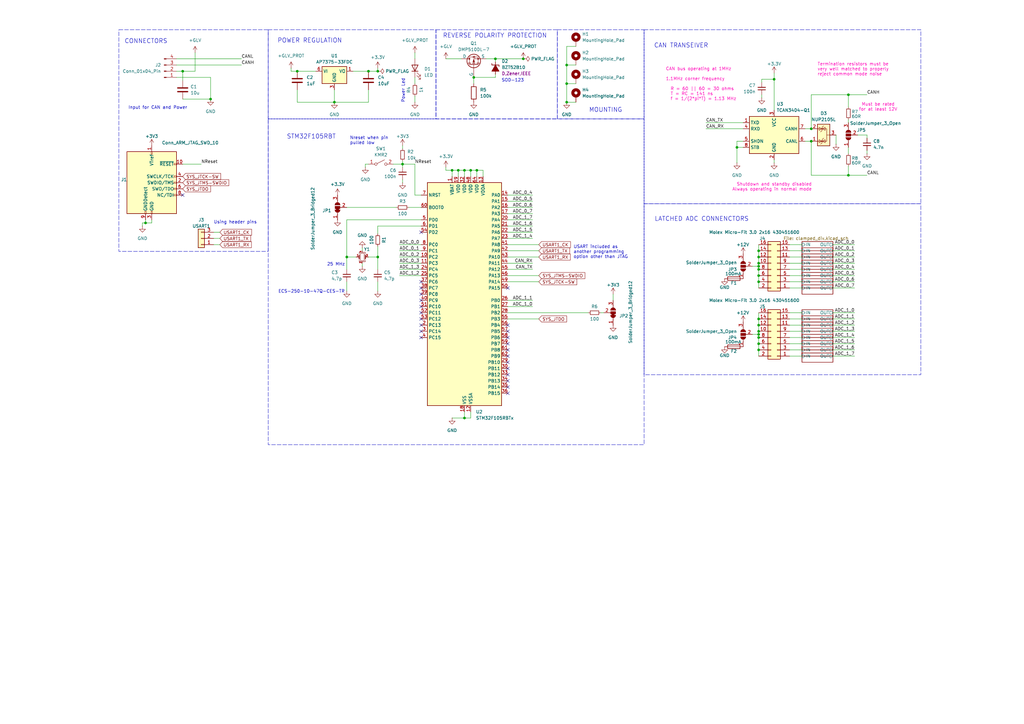
<source format=kicad_sch>
(kicad_sch (version 20250114) (generator "eeschema") (generator_version "9.0")
  (paper "A3")
  (title_block (title "Can-Node") (company "SUFST") (comment 1 "STAG12") (comment 2 "Sam Sturgess/Martin Perreau-Saussine"))
  (rectangle (start 109.982 48.768) (end 264.16 182.372) (stroke (width 0) (type dash)))
  (rectangle (start 228.6 12.192) (end 264.16 48.768) (stroke (width 0) (type dash)))
  (rectangle (start 48.768 12.192) (end 109.982 103.124) (stroke (width 0) (type dash)))
  (rectangle (start 109.982 12.192) (end 178.816 48.768) (stroke (width 0) (type dash)))
  (rectangle (start 178.816 12.192) (end 228.6 48.768) (stroke (width 0) (type dash)))
  (rectangle (start 264.16 83.566) (end 377.698 153.67) (stroke (width 0) (type dash)))
  (rectangle (start 264.16 12.192) (end 377.698 83.566) (stroke (width 0) (type dash)))
  (text "REVERSE POLARITY PROTECTION\n" (at 181.61 15.748 0) (effects (font (size 1.778 1.778)) (justify left bottom)))
  (text "Must be rated\nfor at least 12V" (at 360.172 43.942 0) (effects (font (size 1.27 1.27))))
  (text "25 MHz" (at 134.112 109.22 0) (effects (font (size 1.27 1.27)) (justify left bottom)))
  (text "STM32F105RBT" (at 117.602 57.15 0) (effects (font (size 1.778 1.778)) (justify left bottom)))
  (text "LATCHED ADC CONNENCTORS" (at 268.478 90.932 0) (effects (font (size 1.778 1.778)) (justify left bottom)))
  (text "Input for CAN and Power" (at 52.578 44.958 0) (effects (font (size 1.27 1.27)) (justify left bottom)))
  (text "CONNECTORS" (at 51.054 18.034 0) (effects (font (size 1.778 1.778)) (justify left bottom)))
  (text "CAN TRANSEIVER" (at 268.224 19.812 0) (effects (font (size 1.778 1.778)) (justify left bottom)))
  (text "SOD-123" (at 210.312 33.02 0) (effects (font (size 1.27 1.27))))
  (text "Nreset when pin \npulled low" (at 143.51 59.436 0) (effects (font (size 1.27 1.27)) (justify left bottom)))
  (text "Shutdown and standby disabled\nAlways operating in normal mode" (at 332.994 78.486 0) (effects (font (size 1.27 1.27)) (justify right bottom)))
  (text "ECS-250-10-47Q-CES-TR" (at 127.762 119.634 0) (effects (font (size 1.27 1.27))))
  (text "Power Led" (at 166.116 42.164 90) (effects (font (size 1.27 1.27)) (justify left bottom)))
  (text "CAN bus operating at 1MHz\n\n1.1MHz corner frequency\n\n  R = 60 || 60 = 30 ohms\n  T = RC = 141 ns\n  f = 1/(2*pi*T) = 1.13 MHz\n" (at 273.05 41.402 0) (effects (font (size 1.27 1.27)) (justify left bottom)))
  (text "POWER REGULATION\n" (at 113.792 17.78 0) (effects (font (size 1.778 1.778)) (justify left bottom)))
  (text "Using header pins" (at 87.63 91.948 0) (effects (font (size 1.27 1.27)) (justify left bottom)))
  (text "Termination resistors must be \nvery well matched to properly \nreject common mode noise" (at 335.28 31.242 0) (effects (font (size 1.27 1.27)) (justify left bottom)))
  (text "USART included as \nanother programming\noption other than JTAG" (at 235.204 106.172 0) (effects (font (size 1.27 1.27)) (justify left bottom)))
  (text "MOUNTING\n" (at 241.554 46.228 0) (effects (font (size 1.778 1.778)) (justify left bottom)))
  (junction (at 347.98 38.862))
  (junction (at 190.5 69.85))
  (junction (at 311.15 113.03))
  (junction (at 165.1 67.31))
  (junction (at 311.15 102.87))
  (junction (at 154.94 105.41))
  (junction (at 311.15 105.41))
  (junction (at 232.41 34.29))
  (junction (at 121.92 29.21))
  (junction (at 232.41 41.91))
  (junction (at 185.42 69.85))
  (junction (at 232.41 26.67))
  (junction (at 193.04 69.85))
  (junction (at 311.15 130.81))
  (junction (at 311.15 109.22))
  (junction (at 347.98 71.882))
  (junction (at 311.15 133.35))
  (junction (at 151.13 29.21))
  (junction (at 332.74 52.832))
  (junction (at 154.94 29.21))
  (junction (at 311.15 137.16))
  (junction (at 142.24 105.41))
  (junction (at 311.15 110.49))
  (junction (at 311.15 140.97))
  (junction (at 311.15 143.51))
  (junction (at 311.15 135.89))
  (junction (at 311.15 107.95))
  (junction (at 214.63 24.13))
  (junction (at 187.96 69.85))
  (junction (at 311.15 115.57))
  (junction (at 311.15 138.43))
  (junction (at 195.58 69.85))
  (junction (at 302.26 60.452))
  (junction (at 332.74 57.912))
  (junction (at 137.16 41.91))
  (junction (at 317.5 32.512))
  (junction (at 74.93 29.21))
  (junction (at 59.69 91.44))
  (junction (at 203.2 24.13))
  (junction (at 194.31 31.75))
  (junction (at 190.5 171.45))
  (junction (at 86.36 40.64))
  (no_connect (at 208.28 138.43))
  (no_connect (at 208.28 151.13))
  (no_connect (at 172.72 128.27))
  (no_connect (at 172.72 133.35))
  (no_connect (at 208.28 158.75))
  (no_connect (at 172.72 135.89))
  (no_connect (at 208.28 161.29))
  (no_connect (at 208.28 148.59))
  (no_connect (at 172.72 125.73))
  (no_connect (at 208.28 143.51))
  (no_connect (at 172.72 130.81))
  (no_connect (at 208.28 146.05))
  (no_connect (at 208.28 153.67))
  (no_connect (at 208.28 135.89))
  (no_connect (at 172.72 95.25))
  (no_connect (at 208.28 118.11))
  (no_connect (at 208.28 156.21))
  (no_connect (at 172.72 120.65))
  (no_connect (at 172.72 118.11))
  (no_connect (at 74.93 80.01))
  (no_connect (at 208.28 140.97))
  (no_connect (at 172.72 138.43))
  (no_connect (at 172.72 115.57))
  (no_connect (at 172.72 123.19))
  (no_connect (at 208.28 133.35))
  (wire (pts (xy 332.74 71.882) (xy 347.98 71.882)))
  (wire (pts (xy 341.63 146.05) (xy 350.52 146.05)))
  (wire (pts (xy 149.86 67.31) (xy 149.86 68.58)))
  (wire (pts (xy 332.74 52.832) (xy 332.74 38.862)))
  (wire (pts (xy 154.94 27.94) (xy 154.94 29.21)))
  (wire (pts (xy 154.94 92.71) (xy 172.72 92.71)))
  (wire (pts (xy 148.59 107.95) (xy 148.59 109.22)))
  (wire (pts (xy 187.96 69.85) (xy 190.5 69.85)))
  (wire (pts (xy 198.12 69.85) (xy 198.12 72.39)))
  (wire (pts (xy 328.93 146.05) (xy 323.85 146.05)))
  (wire (pts (xy 341.63 110.49) (xy 350.52 110.49)))
  (wire (pts (xy 154.94 115.57) (xy 154.94 119.38)))
  (wire (pts (xy 218.44 82.55) (xy 208.28 82.55)))
  (wire (pts (xy 208.28 110.49) (xy 218.44 110.49)))
  (wire (pts (xy 208.28 102.87) (xy 220.98 102.87)))
  (wire (pts (xy 328.93 105.41) (xy 323.85 105.41)))
  (wire (pts (xy 218.44 97.79) (xy 208.28 97.79)))
  (wire (pts (xy 194.31 31.75) (xy 203.2 31.75)))
  (wire (pts (xy 355.6 56.642) (xy 355.6 55.372)))
  (wire (pts (xy 323.85 115.57) (xy 328.93 115.57)))
  (wire (pts (xy 218.44 125.73) (xy 208.28 125.73)))
  (wire (pts (xy 317.5 32.512) (xy 317.5 45.212)))
  (wire (pts (xy 208.28 105.41) (xy 220.98 105.41)))
  (wire (pts (xy 342.9 55.372) (xy 342.9 59.182)))
  (wire (pts (xy 170.18 39.37) (xy 170.18 41.91)))
  (wire (pts (xy 317.5 65.532) (xy 317.5 66.802)))
  (wire (pts (xy 121.92 41.91) (xy 137.16 41.91)))
  (wire (pts (xy 341.63 128.27) (xy 350.52 128.27)))
  (wire (pts (xy 194.31 31.75) (xy 194.31 34.29)))
  (wire (pts (xy 341.63 113.03) (xy 350.52 113.03)))
  (wire (pts (xy 232.41 26.67) (xy 236.22 26.67)))
  (wire (pts (xy 170.18 21.59) (xy 170.18 24.13)))
  (wire (pts (xy 190.5 69.85) (xy 193.04 69.85)))
  (wire (pts (xy 142.24 105.41) (xy 146.05 105.41)))
  (wire (pts (xy 74.93 29.21) (xy 72.39 29.21)))
  (wire (pts (xy 330.2 52.832) (xy 332.74 52.832)))
  (wire (pts (xy 311.15 115.57) (xy 311.15 113.03)))
  (wire (pts (xy 137.16 36.83) (xy 137.16 41.91)))
  (wire (pts (xy 328.93 128.27) (xy 323.85 128.27)))
  (wire (pts (xy 328.93 138.43) (xy 323.85 138.43)))
  (wire (pts (xy 154.94 105.41) (xy 154.94 110.49)))
  (wire (pts (xy 87.63 95.25) (xy 90.17 95.25)))
  (wire (pts (xy 355.6 61.722) (xy 355.6 62.992)))
  (wire (pts (xy 151.13 67.31) (xy 149.86 67.31)))
  (wire (pts (xy 311.15 137.16) (xy 308.61 137.16)))
  (wire (pts (xy 190.5 69.85) (xy 190.5 72.39)))
  (wire (pts (xy 218.44 90.17) (xy 208.28 90.17)))
  (wire (pts (xy 182.88 69.85) (xy 185.42 69.85)))
  (wire (pts (xy 311.15 137.16) (xy 311.15 138.43)))
  (wire (pts (xy 311.15 113.03) (xy 311.15 110.49)))
  (wire (pts (xy 311.15 109.22) (xy 311.15 107.95)))
  (wire (pts (xy 82.55 67.31) (xy 74.93 67.31)))
  (wire (pts (xy 142.24 105.41) (xy 142.24 110.49)))
  (wire (pts (xy 312.42 32.512) (xy 317.5 32.512)))
  (wire (pts (xy 347.98 68.072) (xy 347.98 71.882)))
  (wire (pts (xy 74.93 29.21) (xy 74.93 33.02)))
  (wire (pts (xy 58.42 91.44) (xy 59.69 91.44)))
  (wire (pts (xy 121.92 29.21) (xy 129.54 29.21)))
  (wire (pts (xy 151.13 41.91) (xy 151.13 36.83)))
  (wire (pts (xy 203.2 24.13) (xy 214.63 24.13)))
  (wire (pts (xy 218.44 123.19) (xy 208.28 123.19)))
  (wire (pts (xy 317.5 29.972) (xy 317.5 32.512)))
  (wire (pts (xy 193.04 69.85) (xy 193.04 72.39)))
  (wire (pts (xy 182.88 24.13) (xy 189.23 24.13)))
  (wire (pts (xy 137.16 41.91) (xy 151.13 41.91)))
  (wire (pts (xy 311.15 140.97) (xy 311.15 138.43)))
  (wire (pts (xy 328.93 100.33) (xy 323.85 100.33)))
  (wire (pts (xy 311.15 146.05) (xy 311.15 143.51)))
  (wire (pts (xy 332.74 57.912) (xy 330.2 57.912)))
  (wire (pts (xy 341.63 138.43) (xy 350.52 138.43)))
  (wire (pts (xy 165.1 73.66) (xy 165.1 74.93)))
  (wire (pts (xy 218.44 92.71) (xy 208.28 92.71)))
  (wire (pts (xy 218.44 80.01) (xy 208.28 80.01)))
  (wire (pts (xy 208.28 115.57) (xy 220.98 115.57)))
  (wire (pts (xy 142.24 90.17) (xy 172.72 90.17)))
  (wire (pts (xy 218.44 87.63) (xy 208.28 87.63)))
  (wire (pts (xy 328.93 118.11) (xy 323.85 118.11)))
  (wire (pts (xy 154.94 92.71) (xy 154.94 95.885)))
  (wire (pts (xy 232.41 34.29) (xy 236.22 34.29)))
  (wire (pts (xy 165.1 59.69) (xy 165.1 60.96)))
  (wire (pts (xy 172.72 105.41) (xy 163.83 105.41)))
  (wire (pts (xy 185.42 69.85) (xy 185.42 72.39)))
  (wire (pts (xy 312.42 33.782) (xy 312.42 32.512)))
  (wire (pts (xy 341.63 135.89) (xy 350.52 135.89)))
  (wire (pts (xy 167.64 85.09) (xy 172.72 85.09)))
  (wire (pts (xy 246.38 128.27) (xy 247.65 128.27)))
  (wire (pts (xy 151.13 29.21) (xy 154.94 29.21)))
  (wire (pts (xy 323.85 143.51) (xy 328.93 143.51)))
  (wire (pts (xy 119.38 27.94) (xy 119.38 29.21)))
  (wire (pts (xy 341.63 133.35) (xy 350.52 133.35)))
  (wire (pts (xy 304.8 57.912) (xy 302.26 57.912)))
  (wire (pts (xy 232.41 41.91) (xy 236.22 41.91)))
  (wire (pts (xy 347.98 43.942) (xy 347.98 38.862)))
  (wire (pts (xy 218.44 85.09) (xy 208.28 85.09)))
  (wire (pts (xy 165.1 67.31) (xy 165.1 68.58)))
  (wire (pts (xy 59.69 90.17) (xy 59.69 91.44)))
  (wire (pts (xy 328.93 113.03) (xy 323.85 113.03)))
  (wire (pts (xy 193.04 69.85) (xy 195.58 69.85)))
  (wire (pts (xy 187.96 69.85) (xy 187.96 72.39)))
  (wire (pts (xy 142.24 85.09) (xy 162.56 85.09)))
  (wire (pts (xy 232.41 26.67) (xy 232.41 19.05)))
  (wire (pts (xy 311.15 105.41) (xy 311.15 102.87)))
  (wire (pts (xy 302.26 57.912) (xy 302.26 60.452)))
  (wire (pts (xy 232.41 41.91) (xy 232.41 34.29)))
  (wire (pts (xy 170.18 67.31) (xy 170.18 80.01)))
  (wire (pts (xy 289.56 52.832) (xy 304.8 52.832)))
  (wire (pts (xy 208.28 107.95) (xy 218.44 107.95)))
  (wire (pts (xy 328.93 135.89) (xy 323.85 135.89)))
  (wire (pts (xy 58.42 92.71) (xy 58.42 91.44)))
  (wire (pts (xy 341.63 105.41) (xy 350.52 105.41)))
  (wire (pts (xy 341.63 102.87) (xy 350.52 102.87)))
  (wire (pts (xy 341.63 143.51) (xy 350.52 143.51)))
  (wire (pts (xy 328.93 133.35) (xy 323.85 133.35)))
  (wire (pts (xy 185.42 69.85) (xy 187.96 69.85)))
  (wire (pts (xy 87.63 100.33) (xy 90.17 100.33)))
  (wire (pts (xy 311.15 130.81) (xy 311.15 128.27)))
  (wire (pts (xy 311.15 109.22) (xy 308.61 109.22)))
  (wire (pts (xy 203.2 30.48) (xy 203.2 31.75)))
  (wire (pts (xy 190.5 168.91) (xy 190.5 171.45)))
  (wire (pts (xy 142.24 90.17) (xy 142.24 105.41)))
  (wire (pts (xy 328.93 140.97) (xy 323.85 140.97)))
  (wire (pts (xy 232.41 34.29) (xy 232.41 26.67)))
  (wire (pts (xy 99.06 24.13) (xy 72.39 24.13)))
  (wire (pts (xy 218.44 95.25) (xy 208.28 95.25)))
  (wire (pts (xy 341.63 140.97) (xy 350.52 140.97)))
  (wire (pts (xy 148.59 101.6) (xy 148.59 102.87)))
  (wire (pts (xy 151.13 105.41) (xy 154.94 105.41)))
  (wire (pts (xy 351.79 55.372) (xy 355.6 55.372)))
  (wire (pts (xy 208.28 100.33) (xy 220.98 100.33)))
  (wire (pts (xy 165.1 66.04) (xy 165.1 67.31)))
  (wire (pts (xy 195.58 69.85) (xy 198.12 69.85)))
  (wire (pts (xy 332.74 38.862) (xy 347.98 38.862)))
  (wire (pts (xy 172.72 110.49) (xy 163.83 110.49)))
  (wire (pts (xy 144.78 29.21) (xy 151.13 29.21)))
  (wire (pts (xy 142.24 115.57) (xy 142.24 119.38)))
  (wire (pts (xy 87.63 97.79) (xy 90.17 97.79)))
  (wire (pts (xy 99.06 26.67) (xy 72.39 26.67)))
  (wire (pts (xy 311.15 135.89) (xy 311.15 133.35)))
  (wire (pts (xy 311.15 102.87) (xy 311.15 100.33)))
  (wire (pts (xy 80.01 21.59) (xy 80.01 29.21)))
  (wire (pts (xy 172.72 100.33) (xy 163.83 100.33)))
  (wire (pts (xy 121.92 36.83) (xy 121.92 41.91)))
  (wire (pts (xy 341.63 107.95) (xy 350.52 107.95)))
  (wire (pts (xy 203.2 24.13) (xy 203.2 25.4)))
  (wire (pts (xy 172.72 113.03) (xy 163.83 113.03)))
  (wire (pts (xy 232.41 19.05) (xy 236.22 19.05)))
  (wire (pts (xy 208.28 130.81) (xy 220.98 130.81)))
  (wire (pts (xy 62.23 90.17) (xy 62.23 91.44)))
  (wire (pts (xy 311.15 133.35) (xy 311.15 130.81)))
  (wire (pts (xy 302.26 60.452) (xy 304.8 60.452)))
  (wire (pts (xy 332.74 57.912) (xy 332.74 71.882)))
  (wire (pts (xy 312.42 38.862) (xy 312.42 40.132)))
  (wire (pts (xy 341.63 118.11) (xy 350.52 118.11)))
  (wire (pts (xy 347.98 38.862) (xy 355.6 38.862)))
  (wire (pts (xy 172.72 102.87) (xy 163.83 102.87)))
  (wire (pts (xy 328.93 102.87) (xy 323.85 102.87)))
  (wire (pts (xy 208.28 128.27) (xy 241.3 128.27)))
  (wire (pts (xy 182.88 68.58) (xy 182.88 69.85)))
  (wire (pts (xy 347.98 60.452) (xy 347.98 62.992)))
  (wire (pts (xy 328.93 110.49) (xy 323.85 110.49)))
  (wire (pts (xy 165.1 67.31) (xy 170.18 67.31)))
  (wire (pts (xy 347.98 49.022) (xy 347.98 50.292)))
  (wire (pts (xy 302.26 66.802) (xy 302.26 60.452)))
  (wire (pts (xy 193.04 171.45) (xy 193.04 168.91)))
  (wire (pts (xy 311.15 137.16) (xy 311.15 135.89)))
  (wire (pts (xy 86.36 31.75) (xy 86.36 40.64)))
  (wire (pts (xy 80.01 29.21) (xy 74.93 29.21)))
  (wire (pts (xy 208.28 113.03) (xy 220.98 113.03)))
  (wire (pts (xy 341.63 100.33) (xy 350.52 100.33)))
  (wire (pts (xy 251.46 120.65) (xy 251.46 123.19)))
  (wire (pts (xy 311.15 107.95) (xy 311.15 105.41)))
  (wire (pts (xy 154.94 100.965) (xy 154.94 105.41)))
  (wire (pts (xy 161.29 67.31) (xy 165.1 67.31)))
  (wire (pts (xy 311.15 109.22) (xy 311.15 110.49)))
  (wire (pts (xy 86.36 40.64) (xy 74.93 40.64)))
  (wire (pts (xy 328.93 107.95) (xy 323.85 107.95)))
  (wire (pts (xy 289.56 50.292) (xy 304.8 50.292)))
  (wire (pts (xy 311.15 143.51) (xy 311.15 140.97)))
  (wire (pts (xy 119.38 29.21) (xy 121.92 29.21)))
  (wire (pts (xy 170.18 31.75) (xy 170.18 34.29)))
  (wire (pts (xy 170.18 80.01) (xy 172.72 80.01)))
  (wire (pts (xy 341.63 115.57) (xy 350.52 115.57)))
  (wire (pts (xy 172.72 107.95) (xy 163.83 107.95)))
  (wire (pts (xy 185.42 171.45) (xy 190.5 171.45)))
  (wire (pts (xy 199.39 24.13) (xy 203.2 24.13)))
  (wire (pts (xy 341.63 130.81) (xy 350.52 130.81)))
  (wire (pts (xy 195.58 69.85) (xy 195.58 72.39)))
  (wire (pts (xy 311.15 118.11) (xy 311.15 115.57)))
  (wire (pts (xy 59.69 91.44) (xy 62.23 91.44)))
  (wire (pts (xy 190.5 171.45) (xy 193.04 171.45)))
  (wire (pts (xy 347.98 71.882) (xy 355.6 71.882)))
  (wire (pts (xy 86.36 31.75) (xy 72.39 31.75)))
  (wire (pts (xy 328.93 130.81) (xy 323.85 130.81)))
  (label "ADC_0_2" (at 163.83 105.41 0))
  (label "CAN_TX" (at 289.56 50.292 0))
  (label "CANH" (at 355.6 38.862 0))
  (label "ADC_1_5" (at 218.44 95.25 180))
  (label "CANH" (at 99.06 26.67 0))
  (label "CAN_RX" (at 289.56 52.832 0))
  (label "ADC_1_4" (at 350.52 138.43 180))
  (label "ADC_1_2" (at 163.83 113.03 0))
  (label "ADC_1_7" (at 350.52 146.05 180))
  (label "ADC_0_0" (at 350.52 100.33 180))
  (label "ADC_0_3" (at 350.52 107.95 180))
  (label "ADC_1_1" (at 350.52 130.81 180))
  (label "CAN_TX" (at 218.44 110.49 180))
  (label "ADC_0_5" (at 218.44 82.55 180))
  (label "ADC_1_2" (at 350.52 133.35 180))
  (label "ADC_0_3" (at 163.83 107.95 0))
  (label "ADC_0_6" (at 218.44 85.09 180))
  (label "CANL" (at 99.06 24.13 0))
  (label "ADC_0_4" (at 350.52 110.49 180))
  (label "NReset" (at 82.55 67.31 0))
  (label "ADC_1_6" (at 350.52 143.51 180))
  (label "NReset" (at 170.18 67.31 0))
  (label "ADC_1_3" (at 350.52 135.89 180))
  (label "ADC_0_2" (at 350.52 105.41 180))
  (label "ADC_0_6" (at 350.52 115.57 180))
  (label "ADC_0_4" (at 218.44 80.01 180))
  (label "ADC_1_0" (at 218.44 125.73 180))
  (label "ADC_1_3" (at 163.83 110.49 0))
  (label "ADC_1_5" (at 350.52 140.97 180))
  (label "ADC_0_5" (at 350.52 113.03 180))
  (label "ADC_0_7" (at 218.44 87.63 180))
  (label "ADC_0_7" (at 350.52 118.11 180))
  (label "CANL" (at 355.6 71.882 0))
  (label "ADC_0_1" (at 350.52 102.87 180))
  (label "ADC_0_1" (at 163.83 102.87 0))
  (label "ADC_1_7" (at 218.44 90.17 180))
  (label "ADC_0_0" (at 163.83 100.33 0))
  (label "ADC_1_0" (at 350.52 128.27 180))
  (label "ADC_1_4" (at 218.44 97.79 180))
  (label "ADC_1_1" (at 218.44 123.19 180))
  (label "ADC_1_6" (at 218.44 92.71 180))
  (label "CAN_RX" (at 218.44 107.95 180))
  (global_label "SYS_JTCK-SW" (shape input) (at 74.93 72.39 0) (property "Intersheetrefs" "${INTERSHEET_REFS}" (effects (hide yes))))
  (global_label "USART1_TX" (shape input) (at 220.98 102.87 0) (property "Intersheetrefs" "${INTERSHEET_REFS}" (effects (hide yes))))
  (global_label "SYS_JTMS-SWDIO" (shape input) (at 74.93 74.93 0) (property "Intersheetrefs" "${INTERSHEET_REFS}" (effects (hide yes))))
  (global_label "USART1_CK" (shape input) (at 220.98 100.33 0) (property "Intersheetrefs" "${INTERSHEET_REFS}" (effects (hide yes))))
  (global_label "SYS_JTDO" (shape input) (at 74.93 77.47 0) (property "Intersheetrefs" "${INTERSHEET_REFS}" (effects (hide yes))))
  (global_label "SYS_JTCK-SW" (shape input) (at 220.98 115.57 0) (property "Intersheetrefs" "${INTERSHEET_REFS}" (effects (hide yes))))
  (global_label "USART1_TX" (shape input) (at 90.17 97.79 0) (property "Intersheetrefs" "${INTERSHEET_REFS}" (effects (hide yes))))
  (global_label "SYS_JTDO" (shape input) (at 220.98 130.81 0) (property "Intersheetrefs" "${INTERSHEET_REFS}" (effects (hide yes))))
  (global_label "USART1_CK" (shape input) (at 90.17 95.25 0) (property "Intersheetrefs" "${INTERSHEET_REFS}" (effects (hide yes))))
  (global_label "SYS_JTMS-SWDIO" (shape input) (at 220.98 113.03 0) (property "Intersheetrefs" "${INTERSHEET_REFS}" (effects (hide yes))))
  (global_label "USART1_RX" (shape input) (at 90.17 100.33 0) (property "Intersheetrefs" "${INTERSHEET_REFS}" (effects (hide yes))))
  (global_label "USART1_RX" (shape input) (at 220.98 105.41 0) (property "Intersheetrefs" "${INTERSHEET_REFS}" (effects (hide yes))))
  (symbol (lib_id "Device:R_Small") (at 347.98 46.482 180) (unit 1)
    (property "Reference" "R7" (at 349.25 45.847 0) (effects (justify right)))
    (property "Value" "60R" (at 349.25 47.752 0) (effects (justify right)))
    (property "Footprint" "Resistor_SMD:R_0603_1608Metric_Pad0.98x0.95mm_HandSolder" (effects (hide yes)))
    (property "Datasheet" "https://www.mouser.co.uk/datasheet/2/427/dcrcwife3-1761849.pdf" (effects (hide yes)))
    (property "Optional" "True" (effects (hide yes)))
    (property "Supplier" "Mouser" (effects (hide yes)))
  )
  (symbol (lib_name "GND_2") (lib_id "power:GND") (at 297.18 142.24 0) (unit 1)
    (property "Reference" "#PWR031" (effects (hide yes)))
    (property "Value" "GND" (at 295.148 145.796 0) (effects (justify left)))
    (property "Description" "Power symbol creates a global label with name \"GND\" , ground" (effects (hide yes)))
  )
  (symbol (lib_id "Jumper:SolderJumper_3_Bridged12") (at 138.43 85.09 90) (unit 1) (in_bom no)
    (property "Reference" "JP1" (at 135.89 86.3601 90) (effects (justify left)))
    (property "Value" "SolderJumper_3_Bridged12" (at 128.27 102.616 0) (effects (justify left)))
    (property "Footprint" "Jumper:SolderJumper-3_P1.3mm_Bridged12_RoundedPad1.0x1.5mm" (effects (hide yes)))
    (property "Description" "3-pole Solder Jumper, pins 1+2 closed/bridged" (effects (hide yes)))
  )
  (symbol (lib_id "Jumper:SolderJumper_3_Open") (at 304.8 109.22 90) (unit 1) (in_bom no)
    (property "Reference" "JP3" (at 302.26 110.4901 90) (effects (justify left)))
    (property "Value" "SolderJumper_3_Open" (at 302.26 107.696 90) (effects (justify left)))
    (property "Footprint" "Jumper:SolderJumper-3_P1.3mm_Open_RoundedPad1.0x1.5mm" (effects (hide yes)))
    (property "Description" "Solder Jumper, 3-pole, open" (effects (hide yes)))
  )
  (symbol (lib_id "Mechanical:MountingHole_Pad") (at 236.22 31.75 0) (unit 1) (in_bom no)
    (property "Reference" "H3" (at 238.76 29.2099 0) (effects (justify left)))
    (property "Value" "MountingHole_Pad" (at 238.76 31.7499 0) (effects (justify left)))
    (property "Footprint" "MountingHole:MountingHole_3.2mm_M3_Pad_Via" (effects (hide yes)))
    (property "Description" "Mounting Hole with connection" (effects (hide yes)))
  )
  (symbol (lib_name "GND_1") (lib_id "power:GND") (at 148.59 109.22 0) (unit 1)
    (property "Reference" "#PWR011" (effects (hide yes)))
    (property "Value" "GND" (at 148.59 114.3 0))
    (property "Description" "Power symbol creates a global label with name \"GND\" , ground" (effects (hide yes)))
  )
  (symbol (lib_id "power:PWR_FLAG") (at 214.63 24.13 270) (unit 1)
    (property "Reference" "#FLG02" (effects (hide yes)))
    (property "Value" "PWR_FLAG" (at 217.805 24.13 90) (effects (justify left)))
  )
  (symbol (lib_id "SUFST:TCAN34004-Q1") (at 317.5 55.372 0) (unit 1)
    (property "Reference" "U3" (at 318.516 42.672 0) (effects (justify left)))
    (property "Value" "TCAN3404-Q1" (at 318.516 45.212 0) (effects (justify left)))
    (property "Footprint" "Package_TO_SOT_SMD:SOT-23-8_Handsoldering" (effects (hide yes)))
    (property "Datasheet" "https://www.ti.com/lit/ds/symlink/tcan3404-q1.pdf?ts=1762412095981&ref_url=https%253A%252F%252Fwww.mouser.de%252F" (effects (hide yes)))
    (property "Description" "CAN Tranceiver 58V Tolerant" (effects (hide yes)))
    (property "MPN" "TCAN3404DDFRQ1 " (effects (hide yes)))
  )
  (symbol (lib_id "power:+3V3") (at 165.1 59.69 0) (unit 1)
    (property "Reference" "#PWR015" (effects (hide yes)))
    (property "Value" "+3V3" (at 165.1 55.88 0))
    (property "Description" "Power symbol creates a global label with name \"+3V3\"" (effects (hide yes)))
  )
  (symbol (lib_id "power:GND") (at 137.16 41.91 0) (unit 1)
    (property "Reference" "#PWR06" (effects (hide yes)))
    (property "Value" "GND" (at 137.16 46.99 0))
    (property "Description" "Power symbol creates a global label with name \"GND\" , ground" (effects (hide yes)))
  )
  (symbol (lib_name "GND_1") (lib_id "power:GND") (at 170.18 41.91 0) (unit 1)
    (property "Reference" "#PWR018" (effects (hide yes)))
    (property "Value" "GND" (at 170.18 46.99 0))
    (property "Description" "Power symbol creates a global label with name \"GND\" , ground" (effects (hide yes)))
  )
  (symbol (lib_id "power:PWR_FLAG") (at 154.94 29.21 270) (unit 1)
    (property "Reference" "#FLG01" (effects (hide yes)))
    (property "Value" "PWR_FLAG" (at 158.115 29.21 90) (effects (justify left)))
  )
  (symbol (lib_name "GND_1") (lib_id "power:GND") (at 148.59 101.6 180) (unit 1)
    (property "Reference" "#PWR010" (effects (hide yes)))
    (property "Value" "GND" (at 148.59 96.52 0))
    (property "Description" "Power symbol creates a global label with name \"GND\" , ground" (effects (hide yes)))
  )
  (symbol (lib_id "Device:C") (at 151.13 33.02 0) (unit 1)
    (property "Reference" "C4" (at 154.94 31.7499 0) (effects (justify left)))
    (property "Value" "10uF" (at 154.94 34.2899 0) (effects (justify left)))
    (property "Footprint" "Capacitor_SMD:C_0805_2012Metric_Pad1.18x1.45mm_HandSolder" (effects (hide yes)))
    (property "Description" "Unpolarized capacitor" (effects (hide yes)))
  )
  (symbol (lib_name "GND_1") (lib_id "power:GND") (at 302.26 66.802 0) (unit 1)
    (property "Reference" "#PWR029" (effects (hide yes)))
    (property "Value" "GND" (at 302.26 71.882 0))
    (property "Description" "Power symbol creates a global label with name \"GND\" , ground" (effects (hide yes)))
  )
  (symbol (lib_id "Device:R") (at 194.31 38.1 0) (unit 1)
    (property "Reference" "R5" (at 196.85 36.8299 0) (effects (justify left)))
    (property "Value" "100k" (at 196.85 39.3699 0) (effects (justify left)))
    (property "Footprint" "Resistor_SMD:R_0805_2012Metric_Pad1.20x1.40mm_HandSolder" (effects (hide yes)))
    (property "Description" "Resistor" (effects (hide yes)))
  )
  (symbol (lib_name "GND_2") (lib_id "power:GND") (at 297.18 114.3 0) (unit 1)
    (property "Reference" "#PWR030" (effects (hide yes)))
    (property "Value" "GND" (at 295.148 117.856 0) (effects (justify left)))
    (property "Description" "Power symbol creates a global label with name \"GND\" , ground" (effects (hide yes)))
  )
  (symbol (lib_name "+3V3_3") (lib_id "power:+3V3") (at 119.38 27.94 0) (unit 1)
    (property "Reference" "#PWR05" (effects (hide yes)))
    (property "Value" "+GLV_PROT" (at 119.38 22.86 0))
    (property "Description" "Power symbol creates a global label with name \"+3V3\"" (effects (hide yes)))
  )
  (symbol (lib_id "Mechanical:MountingHole_Pad") (at 236.22 24.13 0) (unit 1) (in_bom no)
    (property "Reference" "H2" (at 238.76 21.5899 0) (effects (justify left)))
    (property "Value" "MountingHole_Pad" (at 238.76 24.1299 0) (effects (justify left)))
    (property "Footprint" "MountingHole:MountingHole_3.2mm_M3_Pad_Via" (effects (hide yes)))
    (property "Description" "Mounting Hole with connection" (effects (hide yes)))
  )
  (symbol (lib_id "Device:Fuse") (at 300.99 142.24 90) (unit 1)
    (property "Reference" "F2" (at 300.99 144.018 90))
    (property "Value" "100mA" (at 300.736 140.208 90))
    (property "Footprint" "Fuse:Fuse_0805_2012Metric_Pad1.15x1.40mm_HandSolder" (effects (hide yes)))
    (property "Description" "Fuse" (effects (hide yes)))
  )
  (symbol (lib_id "Device:LED") (at 170.18 27.94 90) (unit 1)
    (property "Reference" "D1" (at 173.99 28.2575 90) (effects (justify right)))
    (property "Value" "LED" (at 173.99 30.7975 90) (effects (justify right)))
    (property "Footprint" "LED_SMD:LED_0805_2012Metric_Pad1.15x1.40mm_HandSolder" (effects (hide yes)))
  )
  (symbol (lib_id "power:GND") (at 86.36 40.64 0) (mirror y) (unit 1)
    (property "Reference" "#PWR04" (effects (hide yes)))
    (property "Value" "GND" (at 86.36 45.72 0))
    (property "Description" "Power symbol creates a global label with name \"GND\" , ground" (effects (hide yes)))
  )
  (symbol (lib_id "Switch:SW_SPST") (at 156.21 67.31 0) (unit 1)
    (property "Reference" "SW1" (at 156.21 60.96 0))
    (property "Value" "KMR2" (at 156.21 63.5 0))
    (property "Footprint" "Button_Switch_SMD:SW_Push_1P1T_NO_CK_KMR2" (effects (hide yes)))
    (property "Description" "Single Pole Single Throw (SPST) switch" (effects (hide yes)))
    (property "MPN" "KMR221NG LFS " (effects (hide yes)))
  )
  (symbol (lib_name "+3V3_3") (lib_id "power:+3V3") (at 182.88 24.13 0) (unit 1)
    (property "Reference" "#PWR019" (effects (hide yes)))
    (property "Value" "+GLV" (at 182.88 19.05 0))
    (property "Description" "Power symbol creates a global label with name \"+3V3\"" (effects (hide yes)))
  )
  (symbol (lib_name "GND_1") (lib_id "power:GND") (at 154.94 119.38 0) (unit 1)
    (property "Reference" "#PWR014" (effects (hide yes)))
    (property "Value" "GND" (at 154.94 124.46 0))
    (property "Description" "Power symbol creates a global label with name \"GND\" , ground" (effects (hide yes)))
  )
  (symbol (lib_name "GND_1") (lib_id "power:GND") (at 185.42 171.45 0) (unit 1)
    (property "Reference" "#PWR021" (effects (hide yes)))
    (property "Value" "GND" (at 185.42 176.53 0))
    (property "Description" "Power symbol creates a global label with name \"GND\" , ground" (effects (hide yes)))
  )
  (symbol (lib_id "Device:C") (at 121.92 33.02 0) (unit 1)
    (property "Reference" "C2" (at 125.73 31.7499 0) (effects (justify left)))
    (property "Value" "1uF" (at 125.73 34.2899 0) (effects (justify left)))
    (property "Footprint" "Capacitor_SMD:C_0805_2012Metric_Pad1.18x1.45mm_HandSolder" (effects (hide yes)))
    (property "Description" "Unpolarized capacitor" (effects (hide yes)))
  )
  (symbol (lib_id "Device:C_Small") (at 142.24 113.03 0) (unit 1)
    (property "Reference" "C3" (at 135.89 111.76 0) (effects (justify left)))
    (property "Value" "4.7p" (at 135.89 114.3 0) (effects (justify left)))
    (property "Footprint" "Capacitor_SMD:C_0603_1608Metric_Pad1.08x0.95mm_HandSolder" (effects (hide yes)))
  )
  (symbol (lib_name "GND_1") (lib_id "power:GND") (at 58.42 92.71 0) (unit 1)
    (property "Reference" "#PWR01" (effects (hide yes)))
    (property "Value" "GND" (at 58.42 97.79 0))
    (property "Description" "Power symbol creates a global label with name \"GND\" , ground" (effects (hide yes)))
  )
  (symbol (lib_name "+3V3_3") (lib_id "power:+3V3") (at 214.63 24.13 0) (unit 1)
    (property "Reference" "#PWR023" (effects (hide yes)))
    (property "Value" "+GLV_PROT" (at 214.63 19.05 0))
    (property "Description" "Power symbol creates a global label with name \"+3V3\"" (effects (hide yes)))
  )
  (symbol (lib_name "GND_1") (lib_id "power:GND") (at 355.6 62.992 0) (unit 1)
    (property "Reference" "#PWR036" (effects (hide yes)))
    (property "Value" "GND" (at 355.6 68.072 0))
    (property "Description" "Power symbol creates a global label with name \"GND\" , ground" (effects (hide yes)))
  )
  (symbol (lib_name "GND_1") (lib_id "power:GND") (at 149.86 68.58 0) (unit 1)
    (property "Reference" "#PWR012" (effects (hide yes)))
    (property "Value" "GND" (at 149.86 73.66 0))
    (property "Description" "Power symbol creates a global label with name \"GND\" , ground" (effects (hide yes)))
  )
  (symbol (lib_id "Regulator_Linear:AP7370-33FDC") (at 137.16 29.21 0) (unit 1)
    (property "Reference" "U1" (at 137.16 22.86 0))
    (property "Value" "AP7375-33FDC" (at 137.16 25.4 0))
    (property "Footprint" "Package_DFN_QFN:DFN-6-1EP_2x2mm_P0.65mm_EP1.01x1.7mm" (effects (hide yes)))
    (property "Datasheet" "https://www.diodes.com/assets/Datasheets/AP7370.pdf" (effects (hide yes)))
    (property "Description" "350mA Low-Dropout Linear Regulator, 3.3V fixed output, DFN-6" (effects (hide yes)))
  )
  (symbol (lib_id "Device:R_Small") (at 170.18 36.83 180) (unit 1)
    (property "Reference" "R4" (at 167.64 36.83 90))
    (property "Value" "1k" (at 172.72 36.83 90))
    (property "Footprint" "Resistor_SMD:R_0603_1608Metric_Pad0.98x0.95mm_HandSolder" (effects (hide yes)))
  )
  (symbol (lib_id "Device:C") (at 74.93 36.83 0) (unit 1)
    (property "Reference" "C1" (at 78.105 35.56 0) (effects (justify left)))
    (property "Value" "10u" (at 78.105 38.1 0) (effects (justify left)))
    (property "Footprint" "Capacitor_SMD:C_0805_2012Metric_Pad1.18x1.45mm_HandSolder" (effects (hide yes)))
  )
  (symbol (lib_id "Jumper:SolderJumper_3_Open") (at 304.8 137.16 90) (unit 1) (in_bom no)
    (property "Reference" "JP4" (at 302.26 138.4301 90) (effects (justify left)))
    (property "Value" "SolderJumper_3_Open" (at 302.26 135.8901 90) (effects (justify left)))
    (property "Footprint" "Jumper:SolderJumper-3_P1.3mm_Open_RoundedPad1.0x1.5mm" (effects (hide yes)))
    (property "Description" "Solder Jumper, 3-pole, open" (effects (hide yes)))
  )
  (symbol (lib_id "Device:R_Small") (at 347.98 65.532 180) (unit 1)
    (property "Reference" "R8" (at 349.25 64.897 0) (effects (justify right)))
    (property "Value" "60R" (at 349.25 66.802 0) (effects (justify right)))
    (property "Footprint" "Resistor_SMD:R_0603_1608Metric_Pad0.98x0.95mm_HandSolder" (effects (hide yes)))
    (property "Datasheet" "https://www.mouser.co.uk/datasheet/2/427/dcrcwife3-1761849.pdf" (effects (hide yes)))
    (property "Optional" "True" (effects (hide yes)))
    (property "Supplier" "Mouser" (effects (hide yes)))
  )
  (symbol (lib_id "Mechanical:MountingHole_Pad") (at 236.22 16.51 0) (unit 1) (in_bom no)
    (property "Reference" "H1" (at 238.76 13.9699 0) (effects (justify left)))
    (property "Value" "MountingHole_Pad" (at 238.76 16.5099 0) (effects (justify left)))
    (property "Footprint" "MountingHole:MountingHole_3.2mm_M3_Pad_Via" (effects (hide yes)))
    (property "Description" "Mounting Hole with connection" (effects (hide yes)))
  )
  (symbol (lib_id "Connector_Generic:Conn_02x08_Odd_Even") (at 318.77 138.43 180) (unit 1)
    (property "Reference" "J5" (at 312.674 125.73 0))
    (property "Value" "Molex Micro-Fit 3.0 2x16 430451600" (at 309.372 123.19 0))
    (property "Description" "Generic connector, double row, 02x08, odd/even pin numbering scheme (row 1 odd numbers, row 2 even numbers), script generated (kicad-library-utils/schlib/autogen/connector/)" (effects (hide yes)))
  )
  (symbol (lib_name "+3V3_5") (lib_id "power:+3V3") (at 317.5 29.972 0) (unit 1)
    (property "Reference" "#PWR033" (effects (hide yes)))
    (property "Value" "+3.3V" (at 317.5 26.162 0))
  )
  (symbol (lib_id "Connector_Generic:Conn_01x03") (at 82.55 97.79 180) (unit 1)
    (property "Reference" "J3" (at 82.55 90.17 0))
    (property "Value" "USART1" (at 82.55 92.71 0))
    (property "Footprint" "Connector_PinHeader_2.54mm:PinHeader_1x03_P2.54mm_Vertical" (effects (hide yes)))
  )
  (symbol (lib_id "power:+3V3") (at 154.94 27.94 0) (unit 1)
    (property "Reference" "#PWR013" (effects (hide yes)))
    (property "Value" "+3.3V" (at 154.94 23.495 0))
  )
  (symbol (lib_id "Connector_Generic:Conn_02x08_Odd_Even") (at 318.77 110.49 180) (unit 1)
    (property "Reference" "J4" (at 312.674 97.79 0))
    (property "Value" "Molex Micro-Fit 3.0 2x16 430451600" (at 309.372 95.25 0))
    (property "Description" "Generic connector, double row, 02x08, odd/even pin numbering scheme (row 1 odd numbers, row 2 even numbers), script generated (kicad-library-utils/schlib/autogen/connector/)" (effects (hide yes)))
  )
  (symbol (lib_id "Device:R_Small") (at 243.84 128.27 90) (unit 1)
    (property "Reference" "R6" (at 243.84 125.73 90))
    (property "Value" "100" (at 243.84 130.81 90))
    (property "Footprint" "Resistor_SMD:R_0603_1608Metric_Pad0.98x0.95mm_HandSolder" (effects (hide yes)))
  )
  (symbol (lib_id "Simulation_SPICE:PMOS") (at 194.31 26.67 90) (unit 1)
    (property "Reference" "Q1" (at 194.31 17.78 90))
    (property "Value" "DMP510DL-7" (at 194.31 20.32 90))
    (property "Footprint" "Package_TO_SOT_SMD:SOT-23" (effects (hide yes)))
    (property "Datasheet" "https://ngspice.sourceforge.io/docs/ngspice-html-manual/manual.xhtml#cha_MOSFETs" (effects (hide yes)))
    (property "Description" "P-MOSFET transistor, drain/source/gate" (effects (hide yes)))
    (property "Sim.Device" "PMOS" (effects (hide yes)))
    (property "Sim.Type" "VDMOS" (effects (hide yes)))
    (property "Sim.Pins" "1=D 2=G 3=S" (effects (hide yes)))
    (property "MPN" "DMP510DL-7" (effects (hide yes)))
  )
  (symbol (lib_id "power:+3V3") (at 138.43 80.01 0) (unit 1)
    (property "Reference" "#PWR07" (effects (hide yes)))
    (property "Value" "+3.3V" (at 138.43 75.565 0))
  )
  (symbol (lib_name "GND_1") (lib_id "power:GND") (at 342.9 59.182 0) (unit 1)
    (property "Reference" "#PWR035" (effects (hide yes)))
    (property "Value" "GND" (at 342.9 64.262 0))
    (property "Description" "Power symbol creates a global label with name \"GND\" , ground" (effects (hide yes)))
  )
  (symbol (lib_id "Device:C_Small") (at 312.42 36.322 0) (mirror x) (unit 1)
    (property "Reference" "C7" (at 309.88 35.0455 0) (effects (justify right)))
    (property "Value" "100n" (at 309.88 37.5855 0) (effects (justify right)))
    (property "Footprint" "Capacitor_SMD:C_0603_1608Metric_Pad1.08x0.95mm_HandSolder" (effects (hide yes)))
    (property "Datasheet" "https://www.mouser.co.uk/datasheet/2/212/KEM_C1002_X7R_SMD-1102033.pdf" (effects (hide yes)))
    (property "Optional" "False" (effects (hide yes)))
    (property "Order Code" "80-C0805C104K5RACLR" (effects (hide yes)))
    (property "Supplier" "Mouser" (effects (hide yes)))
  )
  (symbol (lib_name "GND_1") (lib_id "power:GND") (at 312.42 40.132 0) (unit 1)
    (property "Reference" "#PWR032" (effects (hide yes)))
    (property "Value" "GND" (at 312.42 45.212 0))
    (property "Description" "Power symbol creates a global label with name \"GND\" , ground" (effects (hide yes)))
  )
  (symbol (lib_id "Power_Protection:NUP2105L") (at 337.82 55.372 90) (unit 1)
    (property "Reference" "D3" (at 337.82 46.482 90))
    (property "Value" "NUP2105L" (at 337.82 49.022 90))
    (property "Footprint" "Package_TO_SOT_SMD:SOT-23" (effects (hide yes)))
    (property "Datasheet" "https://www.onsemi.com/pub_link/Collateral/NUP2105L-D.PDF" (effects (hide yes)))
    (property "Description" "Dual Line CAN Bus Protector, 24Vrwm" (effects (hide yes)))
    (property "MPN" "NUP2105L" (effects (hide yes)))
  )
  (symbol (lib_name "GND_1") (lib_id "power:GND") (at 165.1 74.93 0) (unit 1)
    (property "Reference" "#PWR016" (effects (hide yes)))
    (property "Value" "GND" (at 165.1 80.01 0))
    (property "Description" "Power symbol creates a global label with name \"GND\" , ground" (effects (hide yes)))
  )
  (symbol (lib_id "Device:R_Small") (at 165.1 63.5 180) (unit 1)
    (property "Reference" "R2" (at 167.005 62.23 0) (effects (justify right)))
    (property "Value" "10k" (at 167.005 64.77 0) (effects (justify right)))
    (property "Footprint" "Resistor_SMD:R_0603_1608Metric_Pad0.98x0.95mm_HandSolder" (effects (hide yes)))
  )
  (symbol (lib_id "Device:C_Small") (at 355.6 59.182 0) (unit 1)
    (property "Reference" "C8" (at 358.14 57.9182 0) (effects (justify left)))
    (property "Value" "4.7n" (at 358.14 60.4582 0) (effects (justify left)))
    (property "Footprint" "Capacitor_SMD:C_0603_1608Metric_Pad1.08x0.95mm_HandSolder" (effects (hide yes)))
    (property "Datasheet" "https://www.mouser.co.uk/datasheet/2/212/1/KEM_C1076_X7R_HV_AUTO_SMD-1093301.pdf" (effects (hide yes)))
    (property "Optional" "True" (effects (hide yes)))
    (property "Order Code" "80-C0805C472KBRAUTO" (effects (hide yes)))
    (property "Supplier" "Mouser" (effects (hide yes)))
  )
  (symbol (lib_name "+12V_1") (lib_id "power:+12V") (at 304.8 132.08 0) (unit 1)
    (property "Reference" "#PWR028" (effects (hide yes)))
    (property "Value" "+12V" (at 302.006 128.27 0) (effects (justify left)))
    (property "Description" "Power symbol creates a global label with name \"+12V\"" (effects (hide yes)))
  )
  (symbol (lib_id "Connector:Conn_01x04_Pin") (at 67.31 29.21 0) (mirror x) (unit 1)
    (property "Reference" "J2" (at 66.04 26.6699 0) (effects (justify right)))
    (property "Value" "Conn_01x04_Pin" (at 66.04 29.2099 0) (effects (justify right)))
    (property "Footprint" "Connector_Molex:Molex_Micro-Fit_3.0_43045-0400_2x02_P3.00mm_Horizontal" (effects (hide yes)))
    (property "Description" "Generic connector, single row, 01x04, script generated" (effects (hide yes)))
  )
  (symbol (lib_id "power:GND") (at 194.31 41.91 0) (unit 1)
    (property "Reference" "#PWR022" (effects (hide yes)))
    (property "Value" "GND" (at 194.31 46.99 0))
    (property "Description" "Power symbol creates a global label with name \"GND\" , ground" (effects (hide yes)))
  )
  (symbol (lib_id "Jumper:SolderJumper_3_Bridged12") (at 251.46 128.27 270) (mirror x) (unit 1) (in_bom no)
    (property "Reference" "JP2" (at 254 129.5401 90) (effects (justify left)))
    (property "Value" "SolderJumper_3_Bridged12" (at 258.572 140.97 0) (effects (justify left)))
    (property "Footprint" "Jumper:SolderJumper-3_P1.3mm_Bridged12_RoundedPad1.0x1.5mm" (effects (hide yes)))
    (property "Description" "3-pole Solder Jumper, pins 1+2 closed/bridged" (effects (hide yes)))
  )
  (symbol (lib_id "power:+3V3") (at 80.01 21.59 0) (mirror y) (unit 1)
    (property "Reference" "#PWR03" (effects (hide yes)))
    (property "Value" "+GLV" (at 80.01 16.51 0))
  )
  (symbol (lib_name "GND_1") (lib_id "power:GND") (at 251.46 133.35 0) (unit 1)
    (property "Reference" "#PWR026" (effects (hide yes)))
    (property "Value" "GND" (at 251.46 138.43 0))
    (property "Description" "Power symbol creates a global label with name \"GND\" , ground" (effects (hide yes)))
  )
  (symbol (lib_name "GND_1") (lib_id "power:GND") (at 142.24 119.38 0) (unit 1)
    (property "Reference" "#PWR09" (effects (hide yes)))
    (property "Value" "GND" (at 142.24 124.46 0))
    (property "Description" "Power symbol creates a global label with name \"GND\" , ground" (effects (hide yes)))
  )
  (symbol (lib_id "power:GND") (at 232.41 41.91 0) (mirror y) (unit 1)
    (property "Reference" "#PWR024" (effects (hide yes)))
    (property "Value" "GND" (at 232.41 46.99 0))
    (property "Description" "Power symbol creates a global label with name \"GND\" , ground" (effects (hide yes)))
  )
  (symbol (lib_id "MCU_ST_STM32F1:STM32F105RBTx") (at 190.5 120.65 0) (unit 1)
    (property "Reference" "U2" (at 195.1833 168.91 0) (effects (justify left)))
    (property "Value" "STM32F105RBTx" (at 195.1833 171.45 0) (effects (justify left)))
    (property "Footprint" "Package_QFP:LQFP-64_10x10mm_P0.5mm" (effects (hide yes)))
    (property "Datasheet" "https://www.st.com/resource/en/datasheet/stm32f105rb.pdf" (effects (hide yes)))
    (property "Description" "STMicroelectronics Arm Cortex-M3 MCU, 128KB flash, 64KB RAM, 72 MHz, 2.0-3.6V, 51 GPIO, LQFP64" (effects (hide yes)))
  )
  (symbol (lib_id "power:+3V3") (at 62.23 59.69 0) (unit 1)
    (property "Reference" "#PWR02" (effects (hide yes)))
    (property "Value" "+3V3" (at 62.23 55.88 0))
    (property "Description" "Power symbol creates a global label with name \"+3V3\"" (effects (hide yes)))
  )
  (symbol (lib_id "Mechanical:MountingHole_Pad") (at 236.22 39.37 0) (unit 1) (in_bom no)
    (property "Reference" "H4" (at 238.76 36.8299 0) (effects (justify left)))
    (property "Value" "MountingHole_Pad" (at 238.76 39.3699 0) (effects (justify left)))
    (property "Footprint" "MountingHole:MountingHole_3.2mm_M3_Pad_Via" (effects (hide yes)))
    (property "Description" "Mounting Hole with connection" (effects (hide yes)))
  )
  (symbol (lib_name "GND_1") (lib_id "power:GND") (at 317.5 66.802 0) (unit 1)
    (property "Reference" "#PWR034" (effects (hide yes)))
    (property "Value" "GND" (at 317.5 71.882 0))
    (property "Description" "Power symbol creates a global label with name \"GND\" , ground" (effects (hide yes)))
  )
  (symbol (lib_name "+12V_1") (lib_id "power:+12V") (at 170.18 21.59 0) (unit 1)
    (property "Reference" "#PWR017" (effects (hide yes)))
    (property "Value" "+GLV_PROT" (at 170.18 16.51 0))
    (property "Description" "Power symbol creates a global label with name \"+12V\"" (effects (hide yes)))
  )
  (symbol (lib_id "power:+3V3") (at 251.46 120.65 0) (unit 1)
    (property "Reference" "#PWR025" (effects (hide yes)))
    (property "Value" "+3V3" (at 251.46 116.84 0))
    (property "Description" "Power symbol creates a global label with name \"+3V3\"" (effects (hide yes)))
  )
  (symbol (lib_id "Device:C_Small") (at 165.1 71.12 0) (mirror y) (unit 1)
    (property "Reference" "C6" (at 162.56 69.85 0) (effects (justify left)))
    (property "Value" "100n" (at 162.56 72.3963 0) (effects (justify left)))
    (property "Footprint" "Capacitor_SMD:C_0603_1608Metric_Pad1.08x0.95mm_HandSolder" (effects (hide yes)))
  )
  (symbol (lib_id "Device:C_Small") (at 154.94 113.03 0) (unit 1)
    (property "Reference" "C5" (at 157.48 111.7663 0) (effects (justify left)))
    (property "Value" "4.7p" (at 157.48 114.3 0) (effects (justify left)))
    (property "Footprint" "Capacitor_SMD:C_0603_1608Metric_Pad1.08x0.95mm_HandSolder" (effects (hide yes)))
  )
  (symbol (lib_name "GND_1") (lib_id "power:GND") (at 138.43 90.17 0) (unit 1)
    (property "Reference" "#PWR08" (effects (hide yes)))
    (property "Value" "GND" (at 138.43 95.25 0))
    (property "Description" "Power symbol creates a global label with name \"GND\" , ground" (effects (hide yes)))
  )
  (symbol (lib_id "Jumper:SolderJumper_3_Open") (at 347.98 55.372 90) (unit 1) (in_bom no)
    (property "Reference" "JP5" (at 355.092 53.34 90) (effects (justify left)))
    (property "Value" "SolderJumper_3_Open" (at 369.57 50.546 90) (effects (justify left)))
    (property "Footprint" "Jumper:SolderJumper-3_P1.3mm_Open_RoundedPad1.0x1.5mm" (effects (hide yes)))
    (property "Description" "Solder Jumper, 3-pole, open" (effects (hide yes)))
  )
  (symbol (lib_id "Connector:Conn_ARM_JTAG_SWD_10") (at 62.23 74.93 0) (unit 1)
    (property "Reference" "J1" (at 52.07 73.6599 0) (effects (justify right)))
    (property "Value" "Conn_ARM_JTAG_SWD_10" (at 89.662 58.547 0) (effects (justify right)))
    (property "Footprint" "SUFST:SHF10501LDSMLC" (effects (hide yes)))
    (property "Datasheet" "http://infocenter.arm.com/help/topic/com.arm.doc.ddi0314h/DDI0314H_coresight_components_trm.pdf" (effects (hide yes)))
    (property "Description" "Cortex Debug Connector, standard ARM Cortex-M SWD and JTAG interface" (effects (hide yes)))
    (property "MPN" "SHF-105-01-L-D-SM-LC" (effects (hide yes)))
  )
  (symbol (lib_id "Device:Fuse") (at 300.99 114.3 90) (unit 1)
    (property "Reference" "F1" (at 300.99 116.078 90))
    (property "Value" "100mA" (at 300.736 112.268 90))
    (property "Footprint" "Fuse:Fuse_0805_2012Metric_Pad1.15x1.40mm_HandSolder" (effects (hide yes)))
    (property "Description" "Fuse" (effects (hide yes)))
  )
  (symbol (lib_id "Device:R_Small") (at 165.1 85.09 90) (unit 1)
    (property "Reference" "R3" (at 165.1 82.55 90))
    (property "Value" "100" (at 165.1 87.63 90))
    (property "Footprint" "Resistor_SMD:R_0603_1608Metric_Pad0.98x0.95mm_HandSolder" (effects (hide yes)))
  )
  (symbol (lib_id "PCM_Generic-50:D,Zener,IEEE") (at 203.2 27.94 180) (unit 1)
    (property "Reference" "D2" (at 205.74 25.0824 0) (effects (justify right)))
    (property "Value" "BZT52B10" (at 205.74 27.6224 0) (effects (justify right)))
    (property "Footprint" "Diode_SMD:D_SOD-123" (effects (hide yes)))
    (property "Description" "Zener/avalanche diode; unidirectional breakdown diode; voltage regulator diode (IEEE filled)" (effects (hide yes)))
    (property "Sim.Pins" "2=1 1=2" (effects (hide yes)))
    (property "Sim.Params" "D,Zener,IEEE" (at 205.74 30.1624 0) (effects (justify right)))
    (property "Sim.Device" "SPICE" (effects (hide yes)))
    (property "MPN" "BZT52B10" (effects (hide yes)))
  )
  (symbol (lib_id "Device:Crystal_GND24_Small") (at 148.59 105.41 0) (unit 1)
    (property "Reference" "Y1" (at 150.495 102.235 0))
    (property "Value" "ECS-250-10-47Q-CES-TR" (effects (hide yes)))
    (property "Footprint" "SUFST:Resonator_SMD_ECS_ECX-1247Q_1.6x1.2x0.3mm" (effects (hide yes)))
    (property "Order Code" "774-406C35E25M00000" (effects (hide yes)))
    (property "MPN" "ECS-250-10-47Q-CES-TR" (effects (hide yes)))
  )
  (symbol (lib_name "+12V_1") (lib_id "power:+12V") (at 304.8 104.14 0) (unit 1)
    (property "Reference" "#PWR027" (effects (hide yes)))
    (property "Value" "+12V" (at 302.006 100.33 0) (effects (justify left)))
    (property "Description" "Power symbol creates a global label with name \"+12V\"" (effects (hide yes)))
  )
  (symbol (lib_id "Device:R_Small") (at 154.94 98.425 0) (unit 1)
    (property "Reference" "R1" (at 157.48 98.425 90))
    (property "Value" "100" (at 152.4 98.425 90))
    (property "Footprint" "Resistor_SMD:R_0603_1608Metric_Pad0.98x0.95mm_HandSolder" (effects (hide yes)))
  )
  (symbol (lib_id "power:+3V3") (at 182.88 68.58 0) (unit 1)
    (property "Reference" "#PWR020" (effects (hide yes)))
    (property "Value" "+3.3V" (at 182.88 64.135 0))
  )
  (sheet (at 328.93 144.78) (size 12.7 3.81) (stroke (width 0.1524))
    (property "Sheetname" "ClampedDivider15" (effects (hide yes)))
    (property "Sheetfile" "clamped_div.kicad_sch" (effects (hide yes)))
    (pin "IN" input (at 328.93 146.05 180))
    (pin "OUT" output (at 341.63 146.05 0))
  )
  (sheet (at 328.93 127) (size 12.7 3.81) (stroke (width 0.1524))
    (property "Sheetname" "ClampedDivider23" (effects (hide yes)))
    (property "Sheetfile" "clamped_div.kicad_sch" (effects (hide yes)))
    (pin "IN" input (at 328.93 128.27 180))
    (pin "OUT" output (at 341.63 128.27 0))
  )
  (sheet (at 328.93 106.68) (size 12.7 3.81) (stroke (width 0.1524))
    (property "Sheetname" "ClampedDivider29" (effects (hide yes)))
    (property "Sheetfile" "clamped_div.kicad_sch" (effects (hide yes)))
    (pin "IN" input (at 328.93 107.95 180))
    (pin "OUT" output (at 341.63 107.95 0))
  )
  (sheet (at 328.93 104.14) (size 12.7 3.81) (stroke (width 0.1524))
    (property "Sheetname" "ClampedDivider30" (effects (hide yes)))
    (property "Sheetfile" "clamped_div.kicad_sch" (effects (hide yes)))
    (pin "IN" input (at 328.93 105.41 180))
    (pin "OUT" output (at 341.63 105.41 0))
  )
  (sheet (at 328.93 101.6) (size 12.7 3.81) (stroke (width 0.1524))
    (property "Sheetname" "ClampedDivider28" (effects (hide yes)))
    (property "Sheetfile" "clamped_div.kicad_sch" (effects (hide yes)))
    (pin "IN" input (at 328.93 102.87 180))
    (pin "OUT" output (at 341.63 102.87 0))
  )
  (sheet (at 328.93 109.22) (size 12.7 3.81) (stroke (width 0.1524))
    (property "Sheetname" "ClampedDivider27" (effects (hide yes)))
    (property "Sheetfile" "clamped_div.kicad_sch" (effects (hide yes)))
    (pin "IN" input (at 328.93 110.49 180))
    (pin "OUT" output (at 341.63 110.49 0))
  )
  (sheet (at 328.93 116.84) (size 12.7 3.81) (stroke (width 0.1524))
    (property "Sheetname" "ClampedDivider24" (effects (hide yes)))
    (property "Sheetfile" "clamped_div.kicad_sch" (effects (hide yes)))
    (pin "IN" input (at 328.93 118.11 180))
    (pin "OUT" output (at 341.63 118.11 0))
  )
  (sheet (at 328.93 129.54) (size 12.7 3.81) (stroke (width 0.1524))
    (property "Sheetname" "ClampedDivider22" (effects (hide yes)))
    (property "Sheetfile" "clamped_div.kicad_sch" (effects (hide yes)))
    (pin "IN" input (at 328.93 130.81 180))
    (pin "OUT" output (at 341.63 130.81 0))
  )
  (sheet (at 328.93 114.3) (size 12.7 3.81) (stroke (width 0.1524))
    (property "Sheetname" "ClampedDivider25" (effects (hide yes)))
    (property "Sheetfile" "clamped_div.kicad_sch" (effects (hide yes)))
    (pin "IN" input (at 328.93 115.57 180))
    (pin "OUT" output (at 341.63 115.57 0))
  )
  (sheet (at 328.93 111.76) (size 12.7 3.81) (stroke (width 0.1524))
    (property "Sheetname" "ClampedDivider26" (effects (hide yes)))
    (property "Sheetfile" "clamped_div.kicad_sch" (effects (hide yes)))
    (pin "IN" input (at 328.93 113.03 180))
    (pin "OUT" output (at 341.63 113.03 0))
  )
  (sheet (at 328.93 139.7) (size 12.7 3.81) (stroke (width 0.1524))
    (property "Sheetname" "ClampedDivider18" (effects (hide yes)))
    (property "Sheetfile" "clamped_div.kicad_sch" (effects (hide yes)))
    (pin "IN" input (at 328.93 140.97 180))
    (pin "OUT" output (at 341.63 140.97 0))
  )
  (sheet (at 328.93 142.24) (size 12.7 3.81) (stroke (width 0.1524))
    (property "Sheetname" "ClampedDivider17" (effects (hide yes)))
    (property "Sheetfile" "clamped_div.kicad_sch" (effects (hide yes)))
    (pin "IN" input (at 328.93 143.51 180))
    (pin "OUT" output (at 341.63 143.51 0))
  )
  (sheet (at 328.93 134.62) (size 12.7 3.81) (stroke (width 0.1524))
    (property "Sheetname" "ClampedDivider20" (effects (hide yes)))
    (property "Sheetfile" "clamped_div.kicad_sch" (effects (hide yes)))
    (pin "IN" input (at 328.93 135.89 180))
    (pin "OUT" output (at 341.63 135.89 0))
  )
  (sheet (at 328.93 137.16) (size 12.7 3.81) (stroke (width 0.1524))
    (property "Sheetname" "ClampedDivider19" (effects (hide yes)))
    (property "Sheetfile" "clamped_div.kicad_sch" (effects (hide yes)))
    (pin "IN" input (at 328.93 138.43 180))
    (pin "OUT" output (at 341.63 138.43 0))
  )
  (sheet (at 328.93 132.08) (size 12.7 3.81) (stroke (width 0.1524))
    (property "Sheetname" "ClampedDivider21" (effects (hide yes)))
    (property "Sheetfile" "clamped_div.kicad_sch" (effects (hide yes)))
    (pin "IN" input (at 328.93 133.35 180))
    (pin "OUT" output (at 341.63 133.35 0))
  )
  (sheet (at 328.93 99.06) (size 12.7 3.81) (stroke (width 0.1524))
    (property "Sheetname" "ClampedDivider16" (effects (hide yes)))
    (property "Sheetfile" "clamped_div.kicad_sch" (at 321.31 97.028 0) (effects (justify left top)))
    (pin "IN" input (at 328.93 100.33 180))
    (pin "OUT" output (at 341.63 100.33 0))
  )
)
</source>
